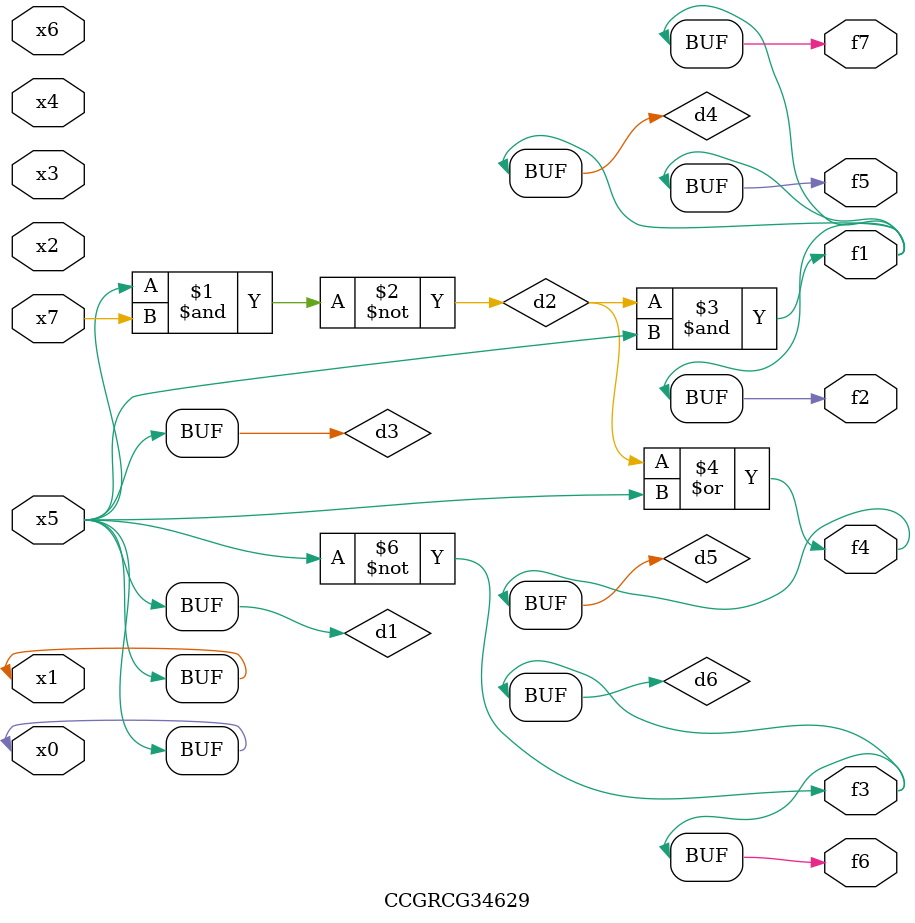
<source format=v>
module CCGRCG34629(
	input x0, x1, x2, x3, x4, x5, x6, x7,
	output f1, f2, f3, f4, f5, f6, f7
);

	wire d1, d2, d3, d4, d5, d6;

	buf (d1, x0, x5);
	nand (d2, x5, x7);
	buf (d3, x0, x1);
	and (d4, d2, d3);
	or (d5, d2, d3);
	nor (d6, d1, d3);
	assign f1 = d4;
	assign f2 = d4;
	assign f3 = d6;
	assign f4 = d5;
	assign f5 = d4;
	assign f6 = d6;
	assign f7 = d4;
endmodule

</source>
